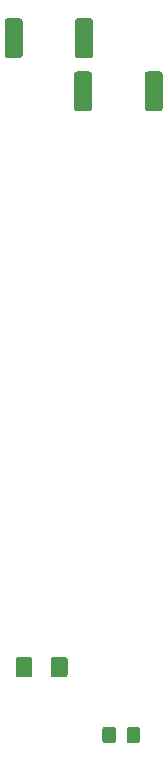
<source format=gtp>
G04 #@! TF.GenerationSoftware,KiCad,Pcbnew,(5.1.5-0-10_14)*
G04 #@! TF.CreationDate,2020-02-18T21:53:13-05:00*
G04 #@! TF.ProjectId,rlcsv3_modular,726c6373-7633-45f6-9d6f-64756c61722e,rev?*
G04 #@! TF.SameCoordinates,Original*
G04 #@! TF.FileFunction,Paste,Top*
G04 #@! TF.FilePolarity,Positive*
%FSLAX46Y46*%
G04 Gerber Fmt 4.6, Leading zero omitted, Abs format (unit mm)*
G04 Created by KiCad (PCBNEW (5.1.5-0-10_14)) date 2020-02-18 21:53:13*
%MOMM*%
%LPD*%
G04 APERTURE LIST*
%ADD10C,0.100000*%
G04 APERTURE END LIST*
D10*
G36*
X142124505Y-138801204D02*
G01*
X142148773Y-138804804D01*
X142172572Y-138810765D01*
X142195671Y-138819030D01*
X142217850Y-138829520D01*
X142238893Y-138842132D01*
X142258599Y-138856747D01*
X142276777Y-138873223D01*
X142293253Y-138891401D01*
X142307868Y-138911107D01*
X142320480Y-138932150D01*
X142330970Y-138954329D01*
X142339235Y-138977428D01*
X142345196Y-139001227D01*
X142348796Y-139025495D01*
X142350000Y-139049999D01*
X142350000Y-139950001D01*
X142348796Y-139974505D01*
X142345196Y-139998773D01*
X142339235Y-140022572D01*
X142330970Y-140045671D01*
X142320480Y-140067850D01*
X142307868Y-140088893D01*
X142293253Y-140108599D01*
X142276777Y-140126777D01*
X142258599Y-140143253D01*
X142238893Y-140157868D01*
X142217850Y-140170480D01*
X142195671Y-140180970D01*
X142172572Y-140189235D01*
X142148773Y-140195196D01*
X142124505Y-140198796D01*
X142100001Y-140200000D01*
X141449999Y-140200000D01*
X141425495Y-140198796D01*
X141401227Y-140195196D01*
X141377428Y-140189235D01*
X141354329Y-140180970D01*
X141332150Y-140170480D01*
X141311107Y-140157868D01*
X141291401Y-140143253D01*
X141273223Y-140126777D01*
X141256747Y-140108599D01*
X141242132Y-140088893D01*
X141229520Y-140067850D01*
X141219030Y-140045671D01*
X141210765Y-140022572D01*
X141204804Y-139998773D01*
X141201204Y-139974505D01*
X141200000Y-139950001D01*
X141200000Y-139049999D01*
X141201204Y-139025495D01*
X141204804Y-139001227D01*
X141210765Y-138977428D01*
X141219030Y-138954329D01*
X141229520Y-138932150D01*
X141242132Y-138911107D01*
X141256747Y-138891401D01*
X141273223Y-138873223D01*
X141291401Y-138856747D01*
X141311107Y-138842132D01*
X141332150Y-138829520D01*
X141354329Y-138819030D01*
X141377428Y-138810765D01*
X141401227Y-138804804D01*
X141425495Y-138801204D01*
X141449999Y-138800000D01*
X142100001Y-138800000D01*
X142124505Y-138801204D01*
G37*
G36*
X140074505Y-138801204D02*
G01*
X140098773Y-138804804D01*
X140122572Y-138810765D01*
X140145671Y-138819030D01*
X140167850Y-138829520D01*
X140188893Y-138842132D01*
X140208599Y-138856747D01*
X140226777Y-138873223D01*
X140243253Y-138891401D01*
X140257868Y-138911107D01*
X140270480Y-138932150D01*
X140280970Y-138954329D01*
X140289235Y-138977428D01*
X140295196Y-139001227D01*
X140298796Y-139025495D01*
X140300000Y-139049999D01*
X140300000Y-139950001D01*
X140298796Y-139974505D01*
X140295196Y-139998773D01*
X140289235Y-140022572D01*
X140280970Y-140045671D01*
X140270480Y-140067850D01*
X140257868Y-140088893D01*
X140243253Y-140108599D01*
X140226777Y-140126777D01*
X140208599Y-140143253D01*
X140188893Y-140157868D01*
X140167850Y-140170480D01*
X140145671Y-140180970D01*
X140122572Y-140189235D01*
X140098773Y-140195196D01*
X140074505Y-140198796D01*
X140050001Y-140200000D01*
X139399999Y-140200000D01*
X139375495Y-140198796D01*
X139351227Y-140195196D01*
X139327428Y-140189235D01*
X139304329Y-140180970D01*
X139282150Y-140170480D01*
X139261107Y-140157868D01*
X139241401Y-140143253D01*
X139223223Y-140126777D01*
X139206747Y-140108599D01*
X139192132Y-140088893D01*
X139179520Y-140067850D01*
X139169030Y-140045671D01*
X139160765Y-140022572D01*
X139154804Y-139998773D01*
X139151204Y-139974505D01*
X139150000Y-139950001D01*
X139150000Y-139049999D01*
X139151204Y-139025495D01*
X139154804Y-139001227D01*
X139160765Y-138977428D01*
X139169030Y-138954329D01*
X139179520Y-138932150D01*
X139192132Y-138911107D01*
X139206747Y-138891401D01*
X139223223Y-138873223D01*
X139241401Y-138856747D01*
X139261107Y-138842132D01*
X139282150Y-138829520D01*
X139304329Y-138819030D01*
X139327428Y-138810765D01*
X139351227Y-138804804D01*
X139375495Y-138801204D01*
X139399999Y-138800000D01*
X140050001Y-138800000D01*
X140074505Y-138801204D01*
G37*
G36*
X132999504Y-132876204D02*
G01*
X133023773Y-132879804D01*
X133047571Y-132885765D01*
X133070671Y-132894030D01*
X133092849Y-132904520D01*
X133113893Y-132917133D01*
X133133598Y-132931747D01*
X133151777Y-132948223D01*
X133168253Y-132966402D01*
X133182867Y-132986107D01*
X133195480Y-133007151D01*
X133205970Y-133029329D01*
X133214235Y-133052429D01*
X133220196Y-133076227D01*
X133223796Y-133100496D01*
X133225000Y-133125000D01*
X133225000Y-134375000D01*
X133223796Y-134399504D01*
X133220196Y-134423773D01*
X133214235Y-134447571D01*
X133205970Y-134470671D01*
X133195480Y-134492849D01*
X133182867Y-134513893D01*
X133168253Y-134533598D01*
X133151777Y-134551777D01*
X133133598Y-134568253D01*
X133113893Y-134582867D01*
X133092849Y-134595480D01*
X133070671Y-134605970D01*
X133047571Y-134614235D01*
X133023773Y-134620196D01*
X132999504Y-134623796D01*
X132975000Y-134625000D01*
X132050000Y-134625000D01*
X132025496Y-134623796D01*
X132001227Y-134620196D01*
X131977429Y-134614235D01*
X131954329Y-134605970D01*
X131932151Y-134595480D01*
X131911107Y-134582867D01*
X131891402Y-134568253D01*
X131873223Y-134551777D01*
X131856747Y-134533598D01*
X131842133Y-134513893D01*
X131829520Y-134492849D01*
X131819030Y-134470671D01*
X131810765Y-134447571D01*
X131804804Y-134423773D01*
X131801204Y-134399504D01*
X131800000Y-134375000D01*
X131800000Y-133125000D01*
X131801204Y-133100496D01*
X131804804Y-133076227D01*
X131810765Y-133052429D01*
X131819030Y-133029329D01*
X131829520Y-133007151D01*
X131842133Y-132986107D01*
X131856747Y-132966402D01*
X131873223Y-132948223D01*
X131891402Y-132931747D01*
X131911107Y-132917133D01*
X131932151Y-132904520D01*
X131954329Y-132894030D01*
X131977429Y-132885765D01*
X132001227Y-132879804D01*
X132025496Y-132876204D01*
X132050000Y-132875000D01*
X132975000Y-132875000D01*
X132999504Y-132876204D01*
G37*
G36*
X135974504Y-132876204D02*
G01*
X135998773Y-132879804D01*
X136022571Y-132885765D01*
X136045671Y-132894030D01*
X136067849Y-132904520D01*
X136088893Y-132917133D01*
X136108598Y-132931747D01*
X136126777Y-132948223D01*
X136143253Y-132966402D01*
X136157867Y-132986107D01*
X136170480Y-133007151D01*
X136180970Y-133029329D01*
X136189235Y-133052429D01*
X136195196Y-133076227D01*
X136198796Y-133100496D01*
X136200000Y-133125000D01*
X136200000Y-134375000D01*
X136198796Y-134399504D01*
X136195196Y-134423773D01*
X136189235Y-134447571D01*
X136180970Y-134470671D01*
X136170480Y-134492849D01*
X136157867Y-134513893D01*
X136143253Y-134533598D01*
X136126777Y-134551777D01*
X136108598Y-134568253D01*
X136088893Y-134582867D01*
X136067849Y-134595480D01*
X136045671Y-134605970D01*
X136022571Y-134614235D01*
X135998773Y-134620196D01*
X135974504Y-134623796D01*
X135950000Y-134625000D01*
X135025000Y-134625000D01*
X135000496Y-134623796D01*
X134976227Y-134620196D01*
X134952429Y-134614235D01*
X134929329Y-134605970D01*
X134907151Y-134595480D01*
X134886107Y-134582867D01*
X134866402Y-134568253D01*
X134848223Y-134551777D01*
X134831747Y-134533598D01*
X134817133Y-134513893D01*
X134804520Y-134492849D01*
X134794030Y-134470671D01*
X134785765Y-134447571D01*
X134779804Y-134423773D01*
X134776204Y-134399504D01*
X134775000Y-134375000D01*
X134775000Y-133125000D01*
X134776204Y-133100496D01*
X134779804Y-133076227D01*
X134785765Y-133052429D01*
X134794030Y-133029329D01*
X134804520Y-133007151D01*
X134817133Y-132986107D01*
X134831747Y-132966402D01*
X134848223Y-132948223D01*
X134866402Y-132931747D01*
X134886107Y-132917133D01*
X134907151Y-132904520D01*
X134929329Y-132894030D01*
X134952429Y-132885765D01*
X134976227Y-132879804D01*
X135000496Y-132876204D01*
X135025000Y-132875000D01*
X135950000Y-132875000D01*
X135974504Y-132876204D01*
G37*
G36*
X138144505Y-78826204D02*
G01*
X138168773Y-78829804D01*
X138192572Y-78835765D01*
X138215671Y-78844030D01*
X138237850Y-78854520D01*
X138258893Y-78867132D01*
X138278599Y-78881747D01*
X138296777Y-78898223D01*
X138313253Y-78916401D01*
X138327868Y-78936107D01*
X138340480Y-78957150D01*
X138350970Y-78979329D01*
X138359235Y-79002428D01*
X138365196Y-79026227D01*
X138368796Y-79050495D01*
X138370000Y-79074999D01*
X138370000Y-81925001D01*
X138368796Y-81949505D01*
X138365196Y-81973773D01*
X138359235Y-81997572D01*
X138350970Y-82020671D01*
X138340480Y-82042850D01*
X138327868Y-82063893D01*
X138313253Y-82083599D01*
X138296777Y-82101777D01*
X138278599Y-82118253D01*
X138258893Y-82132868D01*
X138237850Y-82145480D01*
X138215671Y-82155970D01*
X138192572Y-82164235D01*
X138168773Y-82170196D01*
X138144505Y-82173796D01*
X138120001Y-82175000D01*
X137094999Y-82175000D01*
X137070495Y-82173796D01*
X137046227Y-82170196D01*
X137022428Y-82164235D01*
X136999329Y-82155970D01*
X136977150Y-82145480D01*
X136956107Y-82132868D01*
X136936401Y-82118253D01*
X136918223Y-82101777D01*
X136901747Y-82083599D01*
X136887132Y-82063893D01*
X136874520Y-82042850D01*
X136864030Y-82020671D01*
X136855765Y-81997572D01*
X136849804Y-81973773D01*
X136846204Y-81949505D01*
X136845000Y-81925001D01*
X136845000Y-79074999D01*
X136846204Y-79050495D01*
X136849804Y-79026227D01*
X136855765Y-79002428D01*
X136864030Y-78979329D01*
X136874520Y-78957150D01*
X136887132Y-78936107D01*
X136901747Y-78916401D01*
X136918223Y-78898223D01*
X136936401Y-78881747D01*
X136956107Y-78867132D01*
X136977150Y-78854520D01*
X136999329Y-78844030D01*
X137022428Y-78835765D01*
X137046227Y-78829804D01*
X137070495Y-78826204D01*
X137094999Y-78825000D01*
X138120001Y-78825000D01*
X138144505Y-78826204D01*
G37*
G36*
X132169505Y-78826204D02*
G01*
X132193773Y-78829804D01*
X132217572Y-78835765D01*
X132240671Y-78844030D01*
X132262850Y-78854520D01*
X132283893Y-78867132D01*
X132303599Y-78881747D01*
X132321777Y-78898223D01*
X132338253Y-78916401D01*
X132352868Y-78936107D01*
X132365480Y-78957150D01*
X132375970Y-78979329D01*
X132384235Y-79002428D01*
X132390196Y-79026227D01*
X132393796Y-79050495D01*
X132395000Y-79074999D01*
X132395000Y-81925001D01*
X132393796Y-81949505D01*
X132390196Y-81973773D01*
X132384235Y-81997572D01*
X132375970Y-82020671D01*
X132365480Y-82042850D01*
X132352868Y-82063893D01*
X132338253Y-82083599D01*
X132321777Y-82101777D01*
X132303599Y-82118253D01*
X132283893Y-82132868D01*
X132262850Y-82145480D01*
X132240671Y-82155970D01*
X132217572Y-82164235D01*
X132193773Y-82170196D01*
X132169505Y-82173796D01*
X132145001Y-82175000D01*
X131119999Y-82175000D01*
X131095495Y-82173796D01*
X131071227Y-82170196D01*
X131047428Y-82164235D01*
X131024329Y-82155970D01*
X131002150Y-82145480D01*
X130981107Y-82132868D01*
X130961401Y-82118253D01*
X130943223Y-82101777D01*
X130926747Y-82083599D01*
X130912132Y-82063893D01*
X130899520Y-82042850D01*
X130889030Y-82020671D01*
X130880765Y-81997572D01*
X130874804Y-81973773D01*
X130871204Y-81949505D01*
X130870000Y-81925001D01*
X130870000Y-79074999D01*
X130871204Y-79050495D01*
X130874804Y-79026227D01*
X130880765Y-79002428D01*
X130889030Y-78979329D01*
X130899520Y-78957150D01*
X130912132Y-78936107D01*
X130926747Y-78916401D01*
X130943223Y-78898223D01*
X130961401Y-78881747D01*
X130981107Y-78867132D01*
X131002150Y-78854520D01*
X131024329Y-78844030D01*
X131047428Y-78835765D01*
X131071227Y-78829804D01*
X131095495Y-78826204D01*
X131119999Y-78825000D01*
X132145001Y-78825000D01*
X132169505Y-78826204D01*
G37*
G36*
X138049505Y-83326204D02*
G01*
X138073773Y-83329804D01*
X138097572Y-83335765D01*
X138120671Y-83344030D01*
X138142850Y-83354520D01*
X138163893Y-83367132D01*
X138183599Y-83381747D01*
X138201777Y-83398223D01*
X138218253Y-83416401D01*
X138232868Y-83436107D01*
X138245480Y-83457150D01*
X138255970Y-83479329D01*
X138264235Y-83502428D01*
X138270196Y-83526227D01*
X138273796Y-83550495D01*
X138275000Y-83574999D01*
X138275000Y-86425001D01*
X138273796Y-86449505D01*
X138270196Y-86473773D01*
X138264235Y-86497572D01*
X138255970Y-86520671D01*
X138245480Y-86542850D01*
X138232868Y-86563893D01*
X138218253Y-86583599D01*
X138201777Y-86601777D01*
X138183599Y-86618253D01*
X138163893Y-86632868D01*
X138142850Y-86645480D01*
X138120671Y-86655970D01*
X138097572Y-86664235D01*
X138073773Y-86670196D01*
X138049505Y-86673796D01*
X138025001Y-86675000D01*
X136999999Y-86675000D01*
X136975495Y-86673796D01*
X136951227Y-86670196D01*
X136927428Y-86664235D01*
X136904329Y-86655970D01*
X136882150Y-86645480D01*
X136861107Y-86632868D01*
X136841401Y-86618253D01*
X136823223Y-86601777D01*
X136806747Y-86583599D01*
X136792132Y-86563893D01*
X136779520Y-86542850D01*
X136769030Y-86520671D01*
X136760765Y-86497572D01*
X136754804Y-86473773D01*
X136751204Y-86449505D01*
X136750000Y-86425001D01*
X136750000Y-83574999D01*
X136751204Y-83550495D01*
X136754804Y-83526227D01*
X136760765Y-83502428D01*
X136769030Y-83479329D01*
X136779520Y-83457150D01*
X136792132Y-83436107D01*
X136806747Y-83416401D01*
X136823223Y-83398223D01*
X136841401Y-83381747D01*
X136861107Y-83367132D01*
X136882150Y-83354520D01*
X136904329Y-83344030D01*
X136927428Y-83335765D01*
X136951227Y-83329804D01*
X136975495Y-83326204D01*
X136999999Y-83325000D01*
X138025001Y-83325000D01*
X138049505Y-83326204D01*
G37*
G36*
X144024505Y-83326204D02*
G01*
X144048773Y-83329804D01*
X144072572Y-83335765D01*
X144095671Y-83344030D01*
X144117850Y-83354520D01*
X144138893Y-83367132D01*
X144158599Y-83381747D01*
X144176777Y-83398223D01*
X144193253Y-83416401D01*
X144207868Y-83436107D01*
X144220480Y-83457150D01*
X144230970Y-83479329D01*
X144239235Y-83502428D01*
X144245196Y-83526227D01*
X144248796Y-83550495D01*
X144250000Y-83574999D01*
X144250000Y-86425001D01*
X144248796Y-86449505D01*
X144245196Y-86473773D01*
X144239235Y-86497572D01*
X144230970Y-86520671D01*
X144220480Y-86542850D01*
X144207868Y-86563893D01*
X144193253Y-86583599D01*
X144176777Y-86601777D01*
X144158599Y-86618253D01*
X144138893Y-86632868D01*
X144117850Y-86645480D01*
X144095671Y-86655970D01*
X144072572Y-86664235D01*
X144048773Y-86670196D01*
X144024505Y-86673796D01*
X144000001Y-86675000D01*
X142974999Y-86675000D01*
X142950495Y-86673796D01*
X142926227Y-86670196D01*
X142902428Y-86664235D01*
X142879329Y-86655970D01*
X142857150Y-86645480D01*
X142836107Y-86632868D01*
X142816401Y-86618253D01*
X142798223Y-86601777D01*
X142781747Y-86583599D01*
X142767132Y-86563893D01*
X142754520Y-86542850D01*
X142744030Y-86520671D01*
X142735765Y-86497572D01*
X142729804Y-86473773D01*
X142726204Y-86449505D01*
X142725000Y-86425001D01*
X142725000Y-83574999D01*
X142726204Y-83550495D01*
X142729804Y-83526227D01*
X142735765Y-83502428D01*
X142744030Y-83479329D01*
X142754520Y-83457150D01*
X142767132Y-83436107D01*
X142781747Y-83416401D01*
X142798223Y-83398223D01*
X142816401Y-83381747D01*
X142836107Y-83367132D01*
X142857150Y-83354520D01*
X142879329Y-83344030D01*
X142902428Y-83335765D01*
X142926227Y-83329804D01*
X142950495Y-83326204D01*
X142974999Y-83325000D01*
X144000001Y-83325000D01*
X144024505Y-83326204D01*
G37*
M02*

</source>
